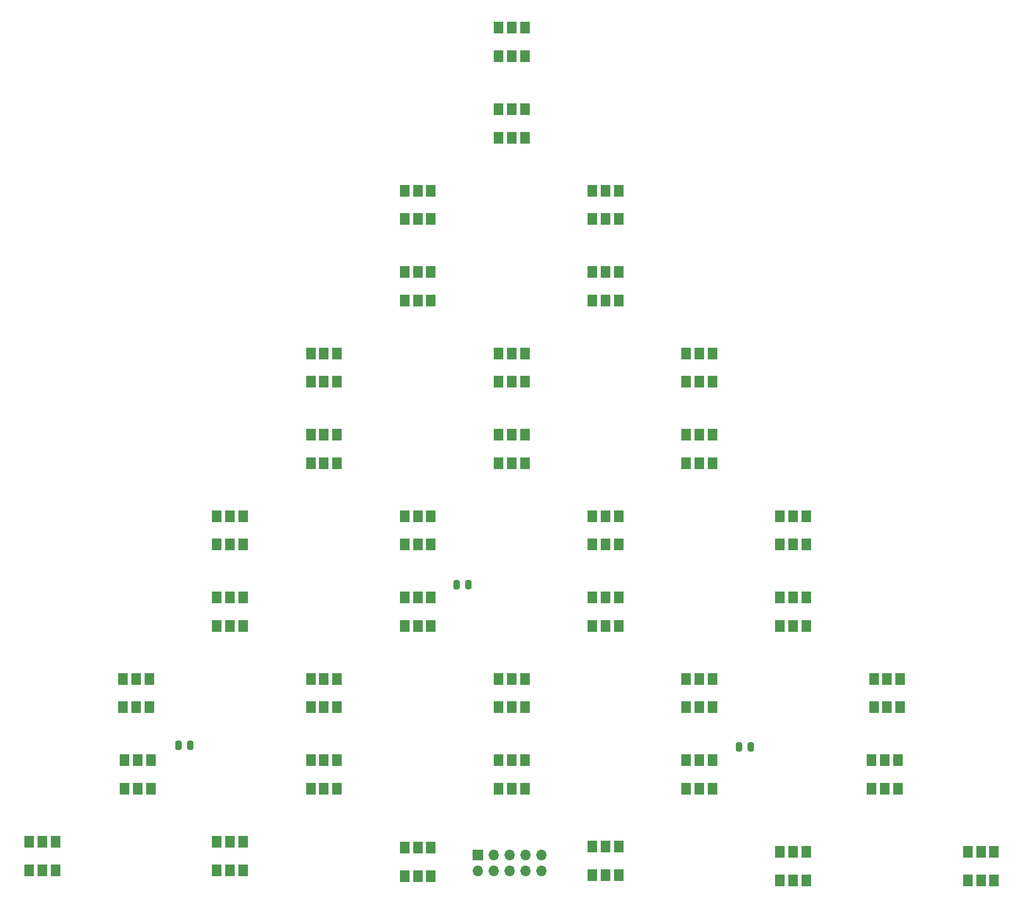
<source format=gbr>
%TF.GenerationSoftware,KiCad,Pcbnew,(5.1.10)-1*%
%TF.CreationDate,2021-06-01T20:39:27-04:00*%
%TF.ProjectId,HabitTracker - Copy (2),48616269-7454-4726-9163-6b6572202d20,rev?*%
%TF.SameCoordinates,Original*%
%TF.FileFunction,Soldermask,Top*%
%TF.FilePolarity,Negative*%
%FSLAX46Y46*%
G04 Gerber Fmt 4.6, Leading zero omitted, Abs format (unit mm)*
G04 Created by KiCad (PCBNEW (5.1.10)-1) date 2021-06-01 20:39:27*
%MOMM*%
%LPD*%
G01*
G04 APERTURE LIST*
%ADD10R,1.549400X1.955800*%
%ADD11R,1.700000X1.700000*%
%ADD12O,1.700000X1.700000*%
G04 APERTURE END LIST*
D10*
%TO.C,LED3*%
X112099998Y-147726700D03*
X110000000Y-147726700D03*
X107899999Y-147726700D03*
X107900002Y-152273300D03*
X110000000Y-152273300D03*
X112100001Y-152273300D03*
%TD*%
%TO.C,LED16*%
X157099998Y-82726700D03*
X155000000Y-82726700D03*
X152899999Y-82726700D03*
X152900002Y-87273300D03*
X155000000Y-87273300D03*
X157100001Y-87273300D03*
%TD*%
%TO.C,LED24*%
X157099998Y-69726700D03*
X155000000Y-69726700D03*
X152899999Y-69726700D03*
X152900002Y-74273300D03*
X155000000Y-74273300D03*
X157100001Y-74273300D03*
%TD*%
%TO.C,LED26*%
X172100001Y-61273300D03*
X170000000Y-61273300D03*
X167900002Y-61273300D03*
X167899999Y-56726700D03*
X170000000Y-56726700D03*
X172099998Y-56726700D03*
%TD*%
%TO.C,LED27*%
X187100001Y-87273300D03*
X185000000Y-87273300D03*
X182900002Y-87273300D03*
X182899999Y-82726700D03*
X185000000Y-82726700D03*
X187099998Y-82726700D03*
%TD*%
%TO.C,LED14*%
X157099998Y-30726700D03*
X155000000Y-30726700D03*
X152899999Y-30726700D03*
X152900002Y-35273300D03*
X155000000Y-35273300D03*
X157100001Y-35273300D03*
%TD*%
%TO.C,LED18*%
X172100001Y-48273300D03*
X170000000Y-48273300D03*
X167900002Y-48273300D03*
X167899999Y-43726700D03*
X170000000Y-43726700D03*
X172099998Y-43726700D03*
%TD*%
%TO.C,LED20*%
X142099998Y-56726700D03*
X140000000Y-56726700D03*
X137899999Y-56726700D03*
X137900002Y-61273300D03*
X140000000Y-61273300D03*
X142100001Y-61273300D03*
%TD*%
%TO.C,LED22*%
X157100001Y-22273300D03*
X155000000Y-22273300D03*
X152900002Y-22273300D03*
X152899999Y-17726700D03*
X155000000Y-17726700D03*
X157099998Y-17726700D03*
%TD*%
%TO.C,LED4*%
X127099998Y-69726700D03*
X125000000Y-69726700D03*
X122899999Y-69726700D03*
X122900002Y-74273300D03*
X125000000Y-74273300D03*
X127100001Y-74273300D03*
%TD*%
%TO.C,LED11*%
X142099998Y-43726700D03*
X140000000Y-43726700D03*
X137899999Y-43726700D03*
X137900002Y-48273300D03*
X140000000Y-48273300D03*
X142100001Y-48273300D03*
%TD*%
%TO.C,LED6*%
X127099998Y-82726700D03*
X125000000Y-82726700D03*
X122899999Y-82726700D03*
X122900002Y-87273300D03*
X125000000Y-87273300D03*
X127100001Y-87273300D03*
%TD*%
%TO.C,LED36*%
X187100001Y-74273300D03*
X185000000Y-74273300D03*
X182900002Y-74273300D03*
X182899999Y-69726700D03*
X185000000Y-69726700D03*
X187099998Y-69726700D03*
%TD*%
%TO.C,LED1*%
X112099998Y-108726700D03*
X110000000Y-108726700D03*
X107899999Y-108726700D03*
X107900002Y-113273300D03*
X110000000Y-113273300D03*
X112100001Y-113273300D03*
%TD*%
%TO.C,LED10*%
X112100001Y-100273300D03*
X110000000Y-100273300D03*
X107900002Y-100273300D03*
X107899999Y-95726700D03*
X110000000Y-95726700D03*
X112099998Y-95726700D03*
%TD*%
%TO.C,LED17*%
X142099998Y-108726700D03*
X140000000Y-108726700D03*
X137899999Y-108726700D03*
X137900002Y-113273300D03*
X140000000Y-113273300D03*
X142100001Y-113273300D03*
%TD*%
%TO.C,LED25*%
X142100001Y-100273300D03*
X140000000Y-100273300D03*
X137900002Y-100273300D03*
X137899999Y-95726700D03*
X140000000Y-95726700D03*
X142099998Y-95726700D03*
%TD*%
%TO.C,LED8*%
X127100001Y-126273300D03*
X125000000Y-126273300D03*
X122900002Y-126273300D03*
X122899999Y-121726700D03*
X125000000Y-121726700D03*
X127099998Y-121726700D03*
%TD*%
%TO.C,LED2*%
X127099998Y-134726700D03*
X125000000Y-134726700D03*
X122899999Y-134726700D03*
X122900002Y-139273300D03*
X125000000Y-139273300D03*
X127100001Y-139273300D03*
%TD*%
%TO.C,LED23*%
X142100001Y-153230600D03*
X140000000Y-153230600D03*
X137900002Y-153230600D03*
X137899999Y-148684000D03*
X140000000Y-148684000D03*
X142099998Y-148684000D03*
%TD*%
%TO.C,LED15*%
X157100001Y-126273300D03*
X155000000Y-126273300D03*
X152900002Y-126273300D03*
X152899999Y-121726700D03*
X155000000Y-121726700D03*
X157099998Y-121726700D03*
%TD*%
%TO.C,LED13*%
X157099998Y-134726700D03*
X155000000Y-134726700D03*
X152899999Y-134726700D03*
X152900002Y-139273300D03*
X155000000Y-139273300D03*
X157100001Y-139273300D03*
%TD*%
%TO.C,LED9*%
X97099998Y-121726700D03*
X95000000Y-121726700D03*
X92899999Y-121726700D03*
X92900002Y-126273300D03*
X95000000Y-126273300D03*
X97100001Y-126273300D03*
%TD*%
%TO.C,LED5*%
X82100001Y-152273300D03*
X80000000Y-152273300D03*
X77900002Y-152273300D03*
X77899999Y-147726700D03*
X80000000Y-147726700D03*
X82099998Y-147726700D03*
%TD*%
%TO.C,LED7*%
X97350001Y-139273300D03*
X95250000Y-139273300D03*
X93150002Y-139273300D03*
X93149999Y-134726700D03*
X95250000Y-134726700D03*
X97349998Y-134726700D03*
%TD*%
%TO.C,LED29*%
X232099998Y-149344400D03*
X230000000Y-149344400D03*
X227899999Y-149344400D03*
X227900002Y-153891000D03*
X230000000Y-153891000D03*
X232100001Y-153891000D03*
%TD*%
%TO.C,LED21*%
X172099998Y-148518900D03*
X170000000Y-148518900D03*
X167899999Y-148518900D03*
X167900002Y-153065500D03*
X170000000Y-153065500D03*
X172100001Y-153065500D03*
%TD*%
%TO.C,LED31*%
X202100001Y-153891000D03*
X200000000Y-153891000D03*
X197900002Y-153891000D03*
X197899999Y-149344400D03*
X200000000Y-149344400D03*
X202099998Y-149344400D03*
%TD*%
%TO.C,LED34*%
X217100001Y-126273300D03*
X215000000Y-126273300D03*
X212900002Y-126273300D03*
X212899999Y-121726700D03*
X215000000Y-121726700D03*
X217099998Y-121726700D03*
%TD*%
%TO.C,LED28*%
X216729998Y-134726700D03*
X214630000Y-134726700D03*
X212529999Y-134726700D03*
X212530002Y-139273300D03*
X214630000Y-139273300D03*
X216730001Y-139273300D03*
%TD*%
%TO.C,LED33*%
X187100001Y-139273300D03*
X185000000Y-139273300D03*
X182900002Y-139273300D03*
X182899999Y-134726700D03*
X185000000Y-134726700D03*
X187099998Y-134726700D03*
%TD*%
%TO.C,LED35*%
X187099998Y-121726700D03*
X185000000Y-121726700D03*
X182899999Y-121726700D03*
X182900002Y-126273300D03*
X185000000Y-126273300D03*
X187100001Y-126273300D03*
%TD*%
%TO.C,LED12*%
X172100001Y-113273300D03*
X170000000Y-113273300D03*
X167900002Y-113273300D03*
X167899999Y-108726700D03*
X170000000Y-108726700D03*
X172099998Y-108726700D03*
%TD*%
%TO.C,LED32*%
X202099998Y-108726700D03*
X200000000Y-108726700D03*
X197899999Y-108726700D03*
X197900002Y-113273300D03*
X200000000Y-113273300D03*
X202100001Y-113273300D03*
%TD*%
%TO.C,LED30*%
X202099998Y-95726700D03*
X200000000Y-95726700D03*
X197899999Y-95726700D03*
X197900002Y-100273300D03*
X200000000Y-100273300D03*
X202100001Y-100273300D03*
%TD*%
%TO.C,LED19*%
X172099998Y-95726700D03*
X170000000Y-95726700D03*
X167899999Y-95726700D03*
X167900002Y-100273300D03*
X170000000Y-100273300D03*
X172100001Y-100273300D03*
%TD*%
%TO.C,C1*%
G36*
G01*
X104132000Y-131859000D02*
X104132000Y-132809000D01*
G75*
G02*
X103882000Y-133059000I-250000J0D01*
G01*
X103382000Y-133059000D01*
G75*
G02*
X103132000Y-132809000I0J250000D01*
G01*
X103132000Y-131859000D01*
G75*
G02*
X103382000Y-131609000I250000J0D01*
G01*
X103882000Y-131609000D01*
G75*
G02*
X104132000Y-131859000I0J-250000D01*
G01*
G37*
G36*
G01*
X102232000Y-131859000D02*
X102232000Y-132809000D01*
G75*
G02*
X101982000Y-133059000I-250000J0D01*
G01*
X101482000Y-133059000D01*
G75*
G02*
X101232000Y-132809000I0J250000D01*
G01*
X101232000Y-131859000D01*
G75*
G02*
X101482000Y-131609000I250000J0D01*
G01*
X101982000Y-131609000D01*
G75*
G02*
X102232000Y-131859000I0J-250000D01*
G01*
G37*
%TD*%
%TO.C,C2*%
G36*
G01*
X191828000Y-132113000D02*
X191828000Y-133063000D01*
G75*
G02*
X191578000Y-133313000I-250000J0D01*
G01*
X191078000Y-133313000D01*
G75*
G02*
X190828000Y-133063000I0J250000D01*
G01*
X190828000Y-132113000D01*
G75*
G02*
X191078000Y-131863000I250000J0D01*
G01*
X191578000Y-131863000D01*
G75*
G02*
X191828000Y-132113000I0J-250000D01*
G01*
G37*
G36*
G01*
X193728000Y-132113000D02*
X193728000Y-133063000D01*
G75*
G02*
X193478000Y-133313000I-250000J0D01*
G01*
X192978000Y-133313000D01*
G75*
G02*
X192728000Y-133063000I0J250000D01*
G01*
X192728000Y-132113000D01*
G75*
G02*
X192978000Y-131863000I250000J0D01*
G01*
X193478000Y-131863000D01*
G75*
G02*
X193728000Y-132113000I0J-250000D01*
G01*
G37*
%TD*%
%TO.C,C3*%
G36*
G01*
X148582000Y-106205000D02*
X148582000Y-107155000D01*
G75*
G02*
X148332000Y-107405000I-250000J0D01*
G01*
X147832000Y-107405000D01*
G75*
G02*
X147582000Y-107155000I0J250000D01*
G01*
X147582000Y-106205000D01*
G75*
G02*
X147832000Y-105955000I250000J0D01*
G01*
X148332000Y-105955000D01*
G75*
G02*
X148582000Y-106205000I0J-250000D01*
G01*
G37*
G36*
G01*
X146682000Y-106205000D02*
X146682000Y-107155000D01*
G75*
G02*
X146432000Y-107405000I-250000J0D01*
G01*
X145932000Y-107405000D01*
G75*
G02*
X145682000Y-107155000I0J250000D01*
G01*
X145682000Y-106205000D01*
G75*
G02*
X145932000Y-105955000I250000J0D01*
G01*
X146432000Y-105955000D01*
G75*
G02*
X146682000Y-106205000I0J-250000D01*
G01*
G37*
%TD*%
D11*
%TO.C,J1*%
X149606000Y-149860000D03*
D12*
X149606000Y-152400000D03*
X152146000Y-149860000D03*
X152146000Y-152400000D03*
X154686000Y-149860000D03*
X154686000Y-152400000D03*
X157226000Y-149860000D03*
X157226000Y-152400000D03*
X159766000Y-149860000D03*
X159766000Y-152400000D03*
%TD*%
M02*

</source>
